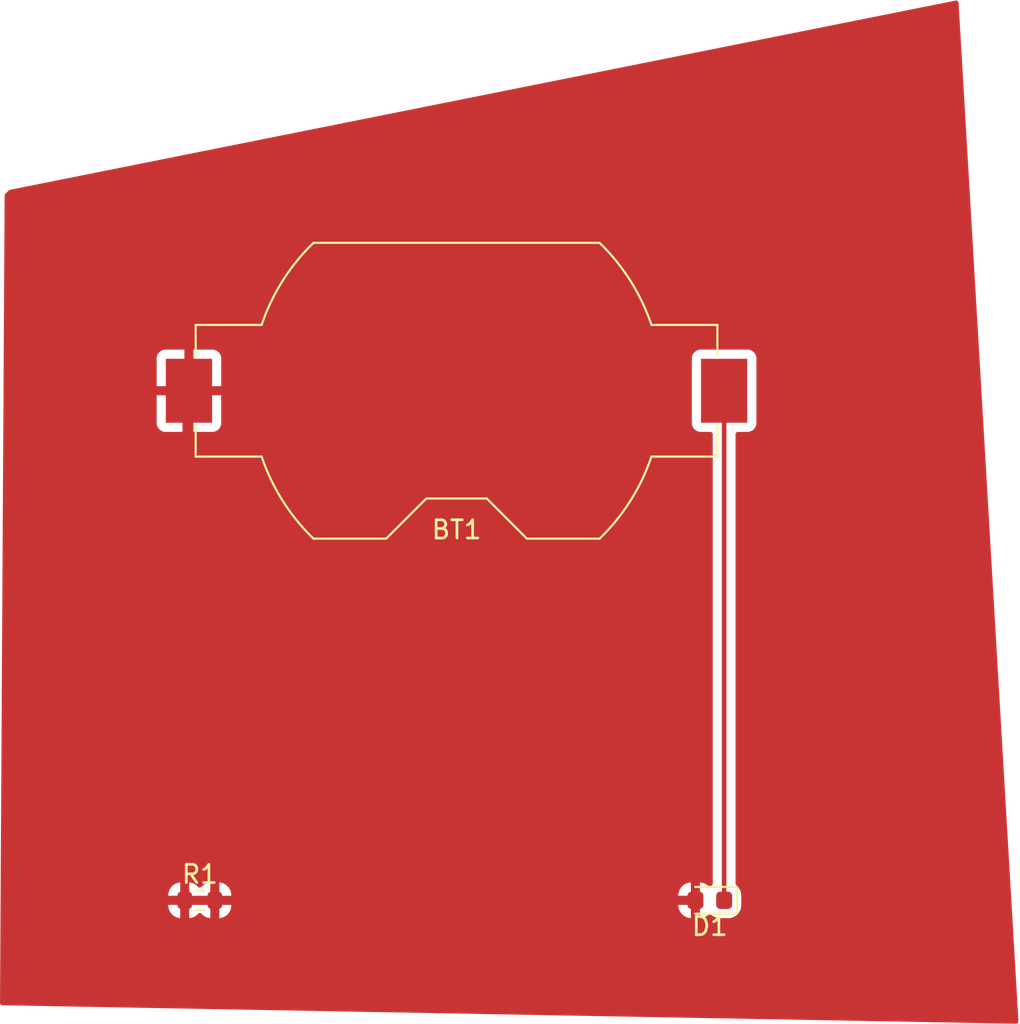
<source format=kicad_pcb>
(kicad_pcb (version 20221018) (generator pcbnew)
  (layers (0 "F.Cu" signal) (31 "B.Cu" signal) (34 "B.Paste" user) (35 "F.Paste" user) (36 "B.SilkS" user "B.Silkscreen") (37 "F.SilkS" user "F.Silkscreen") (38 "B.Mask" user) (39 "F.Mask" user) (44 "Edge.Cuts" user))
  (net 0 "")
  (net 1 "+5V")
  (net 2 "GND")
  (footprint "Resistor_SMD:R_0603_1608Metric" (layer "F.Cu") (at 98.235 96.52)
    (fp_text reference "R1" (at 0 -1.43) (layer "F.SilkS"))
    (fp_text value "1k")
    (fp_line (start -0.237258 -0.5225) (end 0.237258 -0.5225) (stroke (width 0.12)) (layer "F.SilkS"))
    (fp_line (start -0.237258 0.5225) (end 0.237258 0.5225) (stroke (width 0.12)) (layer "F.SilkS"))
    (pad "1" smd roundrect (at -0.825 0) (size 0.8 0.95) (layers "F.Cu" "F.Paste" "F.Mask") (net 1 "+5V"))
    (pad "2" smd roundrect (at 0.825 0) (size 0.8 0.95) (layers "F.Cu" "F.Paste" "F.Mask") (net 1 "+5V"))
  )
  (footprint "Diode_SMD:D_0603_1608Metric" (layer "F.Cu") (at 126.2125 96.52 180)
    (fp_text reference "D1" (at 0 -1.43) (layer "F.SilkS"))
    (fp_text value "20mA")
    (fp_line (start -1.485 -0.735) (end -1.485 0.735) (stroke (width 0.12)) (layer "F.SilkS"))
    (fp_line (start -1.485 0.735) (end 0.8 0.735) (stroke (width 0.12)) (layer "F.SilkS"))
    (fp_line (start 0.8 -0.735) (end -1.485 -0.735) (stroke (width 0.12)) (layer "F.SilkS"))
    (pad "1" smd roundrect (at -0.7875 0 180) (size 0.875 0.95) (layers "F.Cu" "F.Paste" "F.Mask") (net 2 "GND"))
    (pad "2" smd roundrect (at 0.7875 0 180) (size 0.875 0.95) (layers "F.Cu" "F.Paste" "F.Mask") (net 1 "+5V"))
  )
  (footprint "Battery:BatteryHolder_Keystone_1058_1x2032" (layer "F.Cu") (at 112.32 68.58)
    (fp_text reference "BT1" (at 0 7.62) (layer "F.SilkS"))
    (fp_text value "Battery_Cell")
    (fp_line (start -14.31 -3.61) (end -10.692 -3.61) (stroke (width 0.12)) (layer "F.SilkS"))
    (fp_line (start -14.31 -1.9) (end -14.31 -3.61) (stroke (width 0.12)) (layer "F.SilkS"))
    (fp_line (start -14.31 1.9) (end -14.31 3.61) (stroke (width 0.12)) (layer "F.SilkS"))
    (fp_line (start -10.692 3.61) (end -14.31 3.61) (stroke (width 0.12)) (layer "F.SilkS"))
    (fp_line (start -7.8473 -8.11) (end 7.8473 -8.11) (stroke (width 0.12)) (layer "F.SilkS"))
    (fp_line (start -3.86 8.11) (end -7.8473 8.11) (stroke (width 0.12)) (layer "F.SilkS"))
    (fp_line (start -1.66 5.91) (end -3.86 8.11) (stroke (width 0.12)) (layer "F.SilkS"))
    (fp_line (start 1.66 5.91) (end -1.66 5.91) (stroke (width 0.12)) (layer "F.SilkS"))
    (fp_line (start 1.66 5.91) (end 3.86 8.11) (stroke (width 0.12)) (layer "F.SilkS"))
    (fp_line (start 7.8473 8.11) (end 3.86 8.11) (stroke (width 0.12)) (layer "F.SilkS"))
    (fp_line (start 10.692 -3.61) (end 14.31 -3.61) (stroke (width 0.12)) (layer "F.SilkS"))
    (fp_line (start 14.31 -1.9) (end 14.31 -3.61) (stroke (width 0.12)) (layer "F.SilkS"))
    (fp_line (start 14.31 1.9) (end 14.31 3.61) (stroke (width 0.12)) (layer "F.SilkS"))
    (fp_line (start 14.31 3.61) (end 10.692 3.61) (stroke (width 0.12)) (layer "F.SilkS"))
    (fp_arc (start -10.692 -3.61) (mid -9.538084 -6.031244) (end -7.845371 -8.111789) (stroke (width 0.12)) (layer "F.SilkS"))
    (fp_arc (start -7.845371 8.111789) (mid -9.538085 6.031244) (end -10.692 3.61) (stroke (width 0.12)) (layer "F.SilkS"))
    (fp_arc (start 7.845371 -8.111789) (mid 9.538085 -6.031244) (end 10.692 -3.61) (stroke (width 0.12)) (layer "F.SilkS"))
    (fp_arc (start 10.692 3.61) (mid 9.538084 6.031244) (end 7.845371 8.111789) (stroke (width 0.12)) (layer "F.SilkS"))
    (pad "1" smd rect (at -14.68 0) (size 2.54 3.51) (layers "F.Cu" "F.Paste" "F.Mask") (net 1 "+5V"))
    (pad "2" smd rect (at 14.68 0) (size 2.54 3.51) (layers "F.Cu" "F.Paste" "F.Mask") (net 2 "GND"))
  )
  (segment (start 125.045 96.52) (end 99.06 96.52) (width 0.25) (layer "F.Cu") (net 1))
  (segment (start 97.41 96.52) (end 97.41 68.81) (width 0.25) (layer "F.Cu") (net 1))
  (segment (start 127 68.58) (end 127 96.52) (width 0.25) (layer "F.Cu") (net 2))
  (zone (net 1) (net_name "+5V") (layer "F.Cu") (connect_pads (clearance 0.5)) (min_thickness 0.25) (fill yes (thermal_gap 0.5) (thermal_bridge_width 0.5) (island_removal_mode 1) (island_area_min 10))
    (polygon (pts (xy 87.529105 57.82242) (xy 87.275105 102.27242) (xy 143.155105 103.28842) (xy 139.853105 47.15442) (xy 87.783105 57.56842)))
  )
)
</source>
